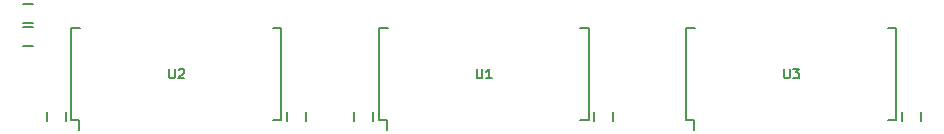
<source format=gto>
G04 #@! TF.GenerationSoftware,KiCad,Pcbnew,(5.1.10-1-10_14)*
G04 #@! TF.CreationDate,2021-07-01T06:10:45-04:00*
G04 #@! TF.ProjectId,GW4191-SOJ,47573431-3931-42d5-934f-4a2e6b696361,1.0-SOJ*
G04 #@! TF.SameCoordinates,Original*
G04 #@! TF.FileFunction,Legend,Top*
G04 #@! TF.FilePolarity,Positive*
%FSLAX46Y46*%
G04 Gerber Fmt 4.6, Leading zero omitted, Abs format (unit mm)*
G04 Created by KiCad (PCBNEW (5.1.10-1-10_14)) date 2021-07-01 06:10:45*
%MOMM*%
%LPD*%
G01*
G04 APERTURE LIST*
%ADD10C,0.152400*%
%ADD11C,0.200000*%
%ADD12C,0.203200*%
%ADD13C,0.952400*%
G04 APERTURE END LIST*
D10*
X85890000Y-92850600D02*
X85890000Y-93663400D01*
X84290000Y-92850600D02*
X84290000Y-93663400D01*
X106210000Y-92850600D02*
X106210000Y-93663400D01*
X104610000Y-92850600D02*
X104610000Y-93663400D01*
X111925000Y-92850600D02*
X111925000Y-93663400D01*
X110325000Y-92850600D02*
X110325000Y-93663400D01*
X156680000Y-93663400D02*
X156680000Y-92850600D01*
X158280000Y-93663400D02*
X158280000Y-92850600D01*
X132245000Y-92850600D02*
X132245000Y-93663400D01*
X130645000Y-92850600D02*
X130645000Y-93663400D01*
X83106400Y-87300000D02*
X82293600Y-87300000D01*
X83106400Y-85700000D02*
X82293600Y-85700000D01*
X82293600Y-83700000D02*
X83106400Y-83700000D01*
X82293600Y-85300000D02*
X83106400Y-85300000D01*
D11*
X113045000Y-93537000D02*
X113045000Y-94362000D01*
X130175000Y-93537000D02*
X130175000Y-85787000D01*
X112395000Y-93537000D02*
X112395000Y-85787000D01*
X130175000Y-93537000D02*
X129430000Y-93537000D01*
X130175000Y-85787000D02*
X129430000Y-85787000D01*
X112395000Y-85787000D02*
X113140000Y-85787000D01*
X112395000Y-93537000D02*
X113045000Y-93537000D01*
X86360000Y-93537000D02*
X87010000Y-93537000D01*
X86360000Y-85787000D02*
X87105000Y-85787000D01*
X104140000Y-85787000D02*
X103395000Y-85787000D01*
X104140000Y-93537000D02*
X103395000Y-93537000D01*
X86360000Y-93537000D02*
X86360000Y-85787000D01*
X104140000Y-93537000D02*
X104140000Y-85787000D01*
X87010000Y-93537000D02*
X87010000Y-94362000D01*
X138430000Y-93537000D02*
X139080000Y-93537000D01*
X138430000Y-85787000D02*
X139175000Y-85787000D01*
X156210000Y-85787000D02*
X155465000Y-85787000D01*
X156210000Y-93537000D02*
X155465000Y-93537000D01*
X138430000Y-93537000D02*
X138430000Y-85787000D01*
X156210000Y-93537000D02*
X156210000Y-85787000D01*
X139080000Y-93537000D02*
X139080000Y-94362000D01*
D12*
X120665723Y-89216895D02*
X120665723Y-89874876D01*
X120704428Y-89952285D01*
X120743133Y-89990990D01*
X120820542Y-90029695D01*
X120975361Y-90029695D01*
X121052771Y-89990990D01*
X121091476Y-89952285D01*
X121130180Y-89874876D01*
X121130180Y-89216895D01*
X121942980Y-90029695D02*
X121478523Y-90029695D01*
X121710752Y-90029695D02*
X121710752Y-89216895D01*
X121633342Y-89333009D01*
X121555933Y-89410419D01*
X121478523Y-89449123D01*
X94630723Y-89216895D02*
X94630723Y-89874876D01*
X94669428Y-89952285D01*
X94708133Y-89990990D01*
X94785542Y-90029695D01*
X94940361Y-90029695D01*
X95017771Y-89990990D01*
X95056476Y-89952285D01*
X95095180Y-89874876D01*
X95095180Y-89216895D01*
X95443523Y-89294304D02*
X95482228Y-89255600D01*
X95559638Y-89216895D01*
X95753161Y-89216895D01*
X95830571Y-89255600D01*
X95869276Y-89294304D01*
X95907980Y-89371714D01*
X95907980Y-89449123D01*
X95869276Y-89565238D01*
X95404819Y-90029695D01*
X95907980Y-90029695D01*
X146700723Y-89216895D02*
X146700723Y-89874876D01*
X146739428Y-89952285D01*
X146778133Y-89990990D01*
X146855542Y-90029695D01*
X147010361Y-90029695D01*
X147087771Y-89990990D01*
X147126476Y-89952285D01*
X147165180Y-89874876D01*
X147165180Y-89216895D01*
X147474819Y-89216895D02*
X147977980Y-89216895D01*
X147707047Y-89526533D01*
X147823161Y-89526533D01*
X147900571Y-89565238D01*
X147939276Y-89603942D01*
X147977980Y-89681352D01*
X147977980Y-89874876D01*
X147939276Y-89952285D01*
X147900571Y-89990990D01*
X147823161Y-90029695D01*
X147590933Y-90029695D01*
X147513523Y-89990990D01*
X147474819Y-89952285D01*
%LPC*%
G36*
G01*
X82854800Y-100939600D02*
X82854800Y-99212400D01*
G75*
G02*
X83337400Y-98729800I482600J0D01*
G01*
X84302600Y-98729800D01*
G75*
G02*
X84785200Y-99212400I0J-482600D01*
G01*
X84785200Y-100939600D01*
G75*
G02*
X84302600Y-101422200I-482600J0D01*
G01*
X83337400Y-101422200D01*
G75*
G02*
X82854800Y-100939600I0J482600D01*
G01*
G37*
G36*
G01*
X85394800Y-100939600D02*
X85394800Y-99212400D01*
G75*
G02*
X85877400Y-98729800I482600J0D01*
G01*
X86842600Y-98729800D01*
G75*
G02*
X87325200Y-99212400I0J-482600D01*
G01*
X87325200Y-100939600D01*
G75*
G02*
X86842600Y-101422200I-482600J0D01*
G01*
X85877400Y-101422200D01*
G75*
G02*
X85394800Y-100939600I0J482600D01*
G01*
G37*
D13*
X88900000Y-98806000D03*
G36*
G01*
X108254800Y-100939600D02*
X108254800Y-99212400D01*
G75*
G02*
X108737400Y-98729800I482600J0D01*
G01*
X109702600Y-98729800D01*
G75*
G02*
X110185200Y-99212400I0J-482600D01*
G01*
X110185200Y-100939600D01*
G75*
G02*
X109702600Y-101422200I-482600J0D01*
G01*
X108737400Y-101422200D01*
G75*
G02*
X108254800Y-100939600I0J482600D01*
G01*
G37*
G36*
G01*
X93014800Y-100939600D02*
X93014800Y-99212400D01*
G75*
G02*
X93497400Y-98729800I482600J0D01*
G01*
X94462600Y-98729800D01*
G75*
G02*
X94945200Y-99212400I0J-482600D01*
G01*
X94945200Y-100939600D01*
G75*
G02*
X94462600Y-101422200I-482600J0D01*
G01*
X93497400Y-101422200D01*
G75*
G02*
X93014800Y-100939600I0J482600D01*
G01*
G37*
G36*
G01*
X110794800Y-100939600D02*
X110794800Y-99212400D01*
G75*
G02*
X111277400Y-98729800I482600J0D01*
G01*
X112242600Y-98729800D01*
G75*
G02*
X112725200Y-99212400I0J-482600D01*
G01*
X112725200Y-100939600D01*
G75*
G02*
X112242600Y-101422200I-482600J0D01*
G01*
X111277400Y-101422200D01*
G75*
G02*
X110794800Y-100939600I0J482600D01*
G01*
G37*
G36*
G01*
X146354800Y-100939600D02*
X146354800Y-99212400D01*
G75*
G02*
X146837400Y-98729800I482600J0D01*
G01*
X147802600Y-98729800D01*
G75*
G02*
X148285200Y-99212400I0J-482600D01*
G01*
X148285200Y-100939600D01*
G75*
G02*
X147802600Y-101422200I-482600J0D01*
G01*
X146837400Y-101422200D01*
G75*
G02*
X146354800Y-100939600I0J482600D01*
G01*
G37*
G36*
G01*
X113334800Y-100939600D02*
X113334800Y-99212400D01*
G75*
G02*
X113817400Y-98729800I482600J0D01*
G01*
X114782600Y-98729800D01*
G75*
G02*
X115265200Y-99212400I0J-482600D01*
G01*
X115265200Y-100939600D01*
G75*
G02*
X114782600Y-101422200I-482600J0D01*
G01*
X113817400Y-101422200D01*
G75*
G02*
X113334800Y-100939600I0J482600D01*
G01*
G37*
G36*
G01*
X115874800Y-100939600D02*
X115874800Y-99212400D01*
G75*
G02*
X116357400Y-98729800I482600J0D01*
G01*
X117322600Y-98729800D01*
G75*
G02*
X117805200Y-99212400I0J-482600D01*
G01*
X117805200Y-100939600D01*
G75*
G02*
X117322600Y-101422200I-482600J0D01*
G01*
X116357400Y-101422200D01*
G75*
G02*
X115874800Y-100939600I0J482600D01*
G01*
G37*
G36*
G01*
X90474800Y-100939600D02*
X90474800Y-99212400D01*
G75*
G02*
X90957400Y-98729800I482600J0D01*
G01*
X91922600Y-98729800D01*
G75*
G02*
X92405200Y-99212400I0J-482600D01*
G01*
X92405200Y-100939600D01*
G75*
G02*
X91922600Y-101422200I-482600J0D01*
G01*
X90957400Y-101422200D01*
G75*
G02*
X90474800Y-100939600I0J482600D01*
G01*
G37*
G36*
G01*
X153974800Y-100939600D02*
X153974800Y-99212400D01*
G75*
G02*
X154457400Y-98729800I482600J0D01*
G01*
X155422600Y-98729800D01*
G75*
G02*
X155905200Y-99212400I0J-482600D01*
G01*
X155905200Y-100939600D01*
G75*
G02*
X155422600Y-101422200I-482600J0D01*
G01*
X154457400Y-101422200D01*
G75*
G02*
X153974800Y-100939600I0J482600D01*
G01*
G37*
G36*
G01*
X87934800Y-100939600D02*
X87934800Y-99212400D01*
G75*
G02*
X88417400Y-98729800I482600J0D01*
G01*
X89382600Y-98729800D01*
G75*
G02*
X89865200Y-99212400I0J-482600D01*
G01*
X89865200Y-100939600D01*
G75*
G02*
X89382600Y-101422200I-482600J0D01*
G01*
X88417400Y-101422200D01*
G75*
G02*
X87934800Y-100939600I0J482600D01*
G01*
G37*
G36*
G01*
X141274800Y-100939600D02*
X141274800Y-99212400D01*
G75*
G02*
X141757400Y-98729800I482600J0D01*
G01*
X142722600Y-98729800D01*
G75*
G02*
X143205200Y-99212400I0J-482600D01*
G01*
X143205200Y-100939600D01*
G75*
G02*
X142722600Y-101422200I-482600J0D01*
G01*
X141757400Y-101422200D01*
G75*
G02*
X141274800Y-100939600I0J482600D01*
G01*
G37*
G36*
G01*
X120954800Y-100939600D02*
X120954800Y-99212400D01*
G75*
G02*
X121437400Y-98729800I482600J0D01*
G01*
X122402600Y-98729800D01*
G75*
G02*
X122885200Y-99212400I0J-482600D01*
G01*
X122885200Y-100939600D01*
G75*
G02*
X122402600Y-101422200I-482600J0D01*
G01*
X121437400Y-101422200D01*
G75*
G02*
X120954800Y-100939600I0J482600D01*
G01*
G37*
G36*
G01*
X131114800Y-100939600D02*
X131114800Y-99212400D01*
G75*
G02*
X131597400Y-98729800I482600J0D01*
G01*
X132562600Y-98729800D01*
G75*
G02*
X133045200Y-99212400I0J-482600D01*
G01*
X133045200Y-100939600D01*
G75*
G02*
X132562600Y-101422200I-482600J0D01*
G01*
X131597400Y-101422200D01*
G75*
G02*
X131114800Y-100939600I0J482600D01*
G01*
G37*
G36*
G01*
X138734800Y-100939600D02*
X138734800Y-99212400D01*
G75*
G02*
X139217400Y-98729800I482600J0D01*
G01*
X140182600Y-98729800D01*
G75*
G02*
X140665200Y-99212400I0J-482600D01*
G01*
X140665200Y-100939600D01*
G75*
G02*
X140182600Y-101422200I-482600J0D01*
G01*
X139217400Y-101422200D01*
G75*
G02*
X138734800Y-100939600I0J482600D01*
G01*
G37*
G36*
G01*
X103174800Y-100939600D02*
X103174800Y-99212400D01*
G75*
G02*
X103657400Y-98729800I482600J0D01*
G01*
X104622600Y-98729800D01*
G75*
G02*
X105105200Y-99212400I0J-482600D01*
G01*
X105105200Y-100939600D01*
G75*
G02*
X104622600Y-101422200I-482600J0D01*
G01*
X103657400Y-101422200D01*
G75*
G02*
X103174800Y-100939600I0J482600D01*
G01*
G37*
G36*
G01*
X126034800Y-100939600D02*
X126034800Y-99212400D01*
G75*
G02*
X126517400Y-98729800I482600J0D01*
G01*
X127482600Y-98729800D01*
G75*
G02*
X127965200Y-99212400I0J-482600D01*
G01*
X127965200Y-100939600D01*
G75*
G02*
X127482600Y-101422200I-482600J0D01*
G01*
X126517400Y-101422200D01*
G75*
G02*
X126034800Y-100939600I0J482600D01*
G01*
G37*
G36*
G01*
X133654800Y-100939600D02*
X133654800Y-99212400D01*
G75*
G02*
X134137400Y-98729800I482600J0D01*
G01*
X135102600Y-98729800D01*
G75*
G02*
X135585200Y-99212400I0J-482600D01*
G01*
X135585200Y-100939600D01*
G75*
G02*
X135102600Y-101422200I-482600J0D01*
G01*
X134137400Y-101422200D01*
G75*
G02*
X133654800Y-100939600I0J482600D01*
G01*
G37*
G36*
G01*
X128574800Y-100939600D02*
X128574800Y-99212400D01*
G75*
G02*
X129057400Y-98729800I482600J0D01*
G01*
X130022600Y-98729800D01*
G75*
G02*
X130505200Y-99212400I0J-482600D01*
G01*
X130505200Y-100939600D01*
G75*
G02*
X130022600Y-101422200I-482600J0D01*
G01*
X129057400Y-101422200D01*
G75*
G02*
X128574800Y-100939600I0J482600D01*
G01*
G37*
G36*
G01*
X105714800Y-100939600D02*
X105714800Y-99212400D01*
G75*
G02*
X106197400Y-98729800I482600J0D01*
G01*
X107162600Y-98729800D01*
G75*
G02*
X107645200Y-99212400I0J-482600D01*
G01*
X107645200Y-100939600D01*
G75*
G02*
X107162600Y-101422200I-482600J0D01*
G01*
X106197400Y-101422200D01*
G75*
G02*
X105714800Y-100939600I0J482600D01*
G01*
G37*
G36*
G01*
X136194800Y-100939600D02*
X136194800Y-99212400D01*
G75*
G02*
X136677400Y-98729800I482600J0D01*
G01*
X137642600Y-98729800D01*
G75*
G02*
X138125200Y-99212400I0J-482600D01*
G01*
X138125200Y-100939600D01*
G75*
G02*
X137642600Y-101422200I-482600J0D01*
G01*
X136677400Y-101422200D01*
G75*
G02*
X136194800Y-100939600I0J482600D01*
G01*
G37*
G36*
G01*
X95554800Y-100939600D02*
X95554800Y-99212400D01*
G75*
G02*
X96037400Y-98729800I482600J0D01*
G01*
X97002600Y-98729800D01*
G75*
G02*
X97485200Y-99212400I0J-482600D01*
G01*
X97485200Y-100939600D01*
G75*
G02*
X97002600Y-101422200I-482600J0D01*
G01*
X96037400Y-101422200D01*
G75*
G02*
X95554800Y-100939600I0J482600D01*
G01*
G37*
G36*
G01*
X123494800Y-100939600D02*
X123494800Y-99212400D01*
G75*
G02*
X123977400Y-98729800I482600J0D01*
G01*
X124942600Y-98729800D01*
G75*
G02*
X125425200Y-99212400I0J-482600D01*
G01*
X125425200Y-100939600D01*
G75*
G02*
X124942600Y-101422200I-482600J0D01*
G01*
X123977400Y-101422200D01*
G75*
G02*
X123494800Y-100939600I0J482600D01*
G01*
G37*
G36*
G01*
X98094800Y-100939600D02*
X98094800Y-99212400D01*
G75*
G02*
X98577400Y-98729800I482600J0D01*
G01*
X99542600Y-98729800D01*
G75*
G02*
X100025200Y-99212400I0J-482600D01*
G01*
X100025200Y-100939600D01*
G75*
G02*
X99542600Y-101422200I-482600J0D01*
G01*
X98577400Y-101422200D01*
G75*
G02*
X98094800Y-100939600I0J482600D01*
G01*
G37*
G36*
G01*
X100634800Y-100939600D02*
X100634800Y-99212400D01*
G75*
G02*
X101117400Y-98729800I482600J0D01*
G01*
X102082600Y-98729800D01*
G75*
G02*
X102565200Y-99212400I0J-482600D01*
G01*
X102565200Y-100939600D01*
G75*
G02*
X102082600Y-101422200I-482600J0D01*
G01*
X101117400Y-101422200D01*
G75*
G02*
X100634800Y-100939600I0J482600D01*
G01*
G37*
G36*
G01*
X148894800Y-100939600D02*
X148894800Y-99212400D01*
G75*
G02*
X149377400Y-98729800I482600J0D01*
G01*
X150342600Y-98729800D01*
G75*
G02*
X150825200Y-99212400I0J-482600D01*
G01*
X150825200Y-100939600D01*
G75*
G02*
X150342600Y-101422200I-482600J0D01*
G01*
X149377400Y-101422200D01*
G75*
G02*
X148894800Y-100939600I0J482600D01*
G01*
G37*
G36*
G01*
X151434800Y-100939600D02*
X151434800Y-99212400D01*
G75*
G02*
X151917400Y-98729800I482600J0D01*
G01*
X152882600Y-98729800D01*
G75*
G02*
X153365200Y-99212400I0J-482600D01*
G01*
X153365200Y-100939600D01*
G75*
G02*
X152882600Y-101422200I-482600J0D01*
G01*
X151917400Y-101422200D01*
G75*
G02*
X151434800Y-100939600I0J482600D01*
G01*
G37*
G36*
G01*
X156514800Y-100939600D02*
X156514800Y-99212400D01*
G75*
G02*
X156997400Y-98729800I482600J0D01*
G01*
X157962600Y-98729800D01*
G75*
G02*
X158445200Y-99212400I0J-482600D01*
G01*
X158445200Y-100939600D01*
G75*
G02*
X157962600Y-101422200I-482600J0D01*
G01*
X156997400Y-101422200D01*
G75*
G02*
X156514800Y-100939600I0J482600D01*
G01*
G37*
G36*
G01*
X118414800Y-100939600D02*
X118414800Y-99212400D01*
G75*
G02*
X118897400Y-98729800I482600J0D01*
G01*
X119862600Y-98729800D01*
G75*
G02*
X120345200Y-99212400I0J-482600D01*
G01*
X120345200Y-100939600D01*
G75*
G02*
X119862600Y-101422200I-482600J0D01*
G01*
X118897400Y-101422200D01*
G75*
G02*
X118414800Y-100939600I0J482600D01*
G01*
G37*
G36*
G01*
X143814800Y-100939600D02*
X143814800Y-99212400D01*
G75*
G02*
X144297400Y-98729800I482600J0D01*
G01*
X145262600Y-98729800D01*
G75*
G02*
X145745200Y-99212400I0J-482600D01*
G01*
X145745200Y-100939600D01*
G75*
G02*
X145262600Y-101422200I-482600J0D01*
G01*
X144297400Y-101422200D01*
G75*
G02*
X143814800Y-100939600I0J482600D01*
G01*
G37*
X86360000Y-98806000D03*
X83820000Y-98806000D03*
X93980000Y-98806000D03*
X91440000Y-98806000D03*
X96520000Y-98806000D03*
X99060000Y-98806000D03*
X104140000Y-98806000D03*
X101600000Y-98806000D03*
X109220000Y-98806000D03*
X106680000Y-98806000D03*
X111760000Y-98806000D03*
X116840000Y-98806000D03*
X114300000Y-98806000D03*
X119380000Y-98806000D03*
X124460000Y-98806000D03*
X121920000Y-98806000D03*
X127000000Y-98806000D03*
X149860000Y-98806000D03*
X147320000Y-98806000D03*
X152400000Y-98806000D03*
X134620000Y-98806000D03*
X132080000Y-98806000D03*
X137160000Y-98806000D03*
X142240000Y-98806000D03*
X139700000Y-98806000D03*
X144780000Y-98806000D03*
X129540000Y-98806000D03*
X154940000Y-98806000D03*
X157480000Y-98806000D03*
G36*
G01*
X84627500Y-93532000D02*
X85552500Y-93532000D01*
G75*
G02*
X85840000Y-93819500I0J-287500D01*
G01*
X85840000Y-94394500D01*
G75*
G02*
X85552500Y-94682000I-287500J0D01*
G01*
X84627500Y-94682000D01*
G75*
G02*
X84340000Y-94394500I0J287500D01*
G01*
X84340000Y-93819500D01*
G75*
G02*
X84627500Y-93532000I287500J0D01*
G01*
G37*
G36*
G01*
X84627500Y-91832000D02*
X85552500Y-91832000D01*
G75*
G02*
X85840000Y-92119500I0J-287500D01*
G01*
X85840000Y-92694500D01*
G75*
G02*
X85552500Y-92982000I-287500J0D01*
G01*
X84627500Y-92982000D01*
G75*
G02*
X84340000Y-92694500I0J287500D01*
G01*
X84340000Y-92119500D01*
G75*
G02*
X84627500Y-91832000I287500J0D01*
G01*
G37*
G36*
G01*
X104947500Y-93532000D02*
X105872500Y-93532000D01*
G75*
G02*
X106160000Y-93819500I0J-287500D01*
G01*
X106160000Y-94394500D01*
G75*
G02*
X105872500Y-94682000I-287500J0D01*
G01*
X104947500Y-94682000D01*
G75*
G02*
X104660000Y-94394500I0J287500D01*
G01*
X104660000Y-93819500D01*
G75*
G02*
X104947500Y-93532000I287500J0D01*
G01*
G37*
G36*
G01*
X104947500Y-91832000D02*
X105872500Y-91832000D01*
G75*
G02*
X106160000Y-92119500I0J-287500D01*
G01*
X106160000Y-92694500D01*
G75*
G02*
X105872500Y-92982000I-287500J0D01*
G01*
X104947500Y-92982000D01*
G75*
G02*
X104660000Y-92694500I0J287500D01*
G01*
X104660000Y-92119500D01*
G75*
G02*
X104947500Y-91832000I287500J0D01*
G01*
G37*
G36*
G01*
X110662500Y-93532000D02*
X111587500Y-93532000D01*
G75*
G02*
X111875000Y-93819500I0J-287500D01*
G01*
X111875000Y-94394500D01*
G75*
G02*
X111587500Y-94682000I-287500J0D01*
G01*
X110662500Y-94682000D01*
G75*
G02*
X110375000Y-94394500I0J287500D01*
G01*
X110375000Y-93819500D01*
G75*
G02*
X110662500Y-93532000I287500J0D01*
G01*
G37*
G36*
G01*
X110662500Y-91832000D02*
X111587500Y-91832000D01*
G75*
G02*
X111875000Y-92119500I0J-287500D01*
G01*
X111875000Y-92694500D01*
G75*
G02*
X111587500Y-92982000I-287500J0D01*
G01*
X110662500Y-92982000D01*
G75*
G02*
X110375000Y-92694500I0J287500D01*
G01*
X110375000Y-92119500D01*
G75*
G02*
X110662500Y-91832000I287500J0D01*
G01*
G37*
G36*
G01*
X157942500Y-92982000D02*
X157017500Y-92982000D01*
G75*
G02*
X156730000Y-92694500I0J287500D01*
G01*
X156730000Y-92119500D01*
G75*
G02*
X157017500Y-91832000I287500J0D01*
G01*
X157942500Y-91832000D01*
G75*
G02*
X158230000Y-92119500I0J-287500D01*
G01*
X158230000Y-92694500D01*
G75*
G02*
X157942500Y-92982000I-287500J0D01*
G01*
G37*
G36*
G01*
X157942500Y-94682000D02*
X157017500Y-94682000D01*
G75*
G02*
X156730000Y-94394500I0J287500D01*
G01*
X156730000Y-93819500D01*
G75*
G02*
X157017500Y-93532000I287500J0D01*
G01*
X157942500Y-93532000D01*
G75*
G02*
X158230000Y-93819500I0J-287500D01*
G01*
X158230000Y-94394500D01*
G75*
G02*
X157942500Y-94682000I-287500J0D01*
G01*
G37*
G36*
G01*
X130982500Y-93532000D02*
X131907500Y-93532000D01*
G75*
G02*
X132195000Y-93819500I0J-287500D01*
G01*
X132195000Y-94394500D01*
G75*
G02*
X131907500Y-94682000I-287500J0D01*
G01*
X130982500Y-94682000D01*
G75*
G02*
X130695000Y-94394500I0J287500D01*
G01*
X130695000Y-93819500D01*
G75*
G02*
X130982500Y-93532000I287500J0D01*
G01*
G37*
G36*
G01*
X130982500Y-91832000D02*
X131907500Y-91832000D01*
G75*
G02*
X132195000Y-92119500I0J-287500D01*
G01*
X132195000Y-92694500D01*
G75*
G02*
X131907500Y-92982000I-287500J0D01*
G01*
X130982500Y-92982000D01*
G75*
G02*
X130695000Y-92694500I0J287500D01*
G01*
X130695000Y-92119500D01*
G75*
G02*
X130982500Y-91832000I287500J0D01*
G01*
G37*
G36*
G01*
X82225000Y-85987500D02*
X82225000Y-87012500D01*
G75*
G02*
X81987500Y-87250000I-237500J0D01*
G01*
X81512500Y-87250000D01*
G75*
G02*
X81275000Y-87012500I0J237500D01*
G01*
X81275000Y-85987500D01*
G75*
G02*
X81512500Y-85750000I237500J0D01*
G01*
X81987500Y-85750000D01*
G75*
G02*
X82225000Y-85987500I0J-237500D01*
G01*
G37*
G36*
G01*
X84125000Y-85987500D02*
X84125000Y-87012500D01*
G75*
G02*
X83887500Y-87250000I-237500J0D01*
G01*
X83412500Y-87250000D01*
G75*
G02*
X83175000Y-87012500I0J237500D01*
G01*
X83175000Y-85987500D01*
G75*
G02*
X83412500Y-85750000I237500J0D01*
G01*
X83887500Y-85750000D01*
G75*
G02*
X84125000Y-85987500I0J-237500D01*
G01*
G37*
G36*
G01*
X83175000Y-85012500D02*
X83175000Y-83987500D01*
G75*
G02*
X83412500Y-83750000I237500J0D01*
G01*
X83887500Y-83750000D01*
G75*
G02*
X84125000Y-83987500I0J-237500D01*
G01*
X84125000Y-85012500D01*
G75*
G02*
X83887500Y-85250000I-237500J0D01*
G01*
X83412500Y-85250000D01*
G75*
G02*
X83175000Y-85012500I0J237500D01*
G01*
G37*
G36*
G01*
X81275000Y-85012500D02*
X81275000Y-83987500D01*
G75*
G02*
X81512500Y-83750000I237500J0D01*
G01*
X81987500Y-83750000D01*
G75*
G02*
X82225000Y-83987500I0J-237500D01*
G01*
X82225000Y-85012500D01*
G75*
G02*
X81987500Y-85250000I-237500J0D01*
G01*
X81512500Y-85250000D01*
G75*
G02*
X81275000Y-85012500I0J237500D01*
G01*
G37*
G36*
G01*
X122730000Y-94411000D02*
X122380000Y-94411000D01*
G75*
G02*
X122205000Y-94236000I0J175000D01*
G01*
X122205000Y-91438000D01*
G75*
G02*
X122380000Y-91263000I175000J0D01*
G01*
X122730000Y-91263000D01*
G75*
G02*
X122905000Y-91438000I0J-175000D01*
G01*
X122905000Y-94236000D01*
G75*
G02*
X122730000Y-94411000I-175000J0D01*
G01*
G37*
G36*
G01*
X122730000Y-88061000D02*
X122380000Y-88061000D01*
G75*
G02*
X122205000Y-87886000I0J175000D01*
G01*
X122205000Y-85088000D01*
G75*
G02*
X122380000Y-84913000I175000J0D01*
G01*
X122730000Y-84913000D01*
G75*
G02*
X122905000Y-85088000I0J-175000D01*
G01*
X122905000Y-87886000D01*
G75*
G02*
X122730000Y-88061000I-175000J0D01*
G01*
G37*
G36*
G01*
X120190000Y-94411000D02*
X119840000Y-94411000D01*
G75*
G02*
X119665000Y-94236000I0J175000D01*
G01*
X119665000Y-91438000D01*
G75*
G02*
X119840000Y-91263000I175000J0D01*
G01*
X120190000Y-91263000D01*
G75*
G02*
X120365000Y-91438000I0J-175000D01*
G01*
X120365000Y-94236000D01*
G75*
G02*
X120190000Y-94411000I-175000J0D01*
G01*
G37*
G36*
G01*
X120190000Y-88061000D02*
X119840000Y-88061000D01*
G75*
G02*
X119665000Y-87886000I0J175000D01*
G01*
X119665000Y-85088000D01*
G75*
G02*
X119840000Y-84913000I175000J0D01*
G01*
X120190000Y-84913000D01*
G75*
G02*
X120365000Y-85088000I0J-175000D01*
G01*
X120365000Y-87886000D01*
G75*
G02*
X120190000Y-88061000I-175000J0D01*
G01*
G37*
G36*
G01*
X113840000Y-94411000D02*
X113490000Y-94411000D01*
G75*
G02*
X113315000Y-94236000I0J175000D01*
G01*
X113315000Y-91438000D01*
G75*
G02*
X113490000Y-91263000I175000J0D01*
G01*
X113840000Y-91263000D01*
G75*
G02*
X114015000Y-91438000I0J-175000D01*
G01*
X114015000Y-94236000D01*
G75*
G02*
X113840000Y-94411000I-175000J0D01*
G01*
G37*
G36*
G01*
X115110000Y-94411000D02*
X114760000Y-94411000D01*
G75*
G02*
X114585000Y-94236000I0J175000D01*
G01*
X114585000Y-91438000D01*
G75*
G02*
X114760000Y-91263000I175000J0D01*
G01*
X115110000Y-91263000D01*
G75*
G02*
X115285000Y-91438000I0J-175000D01*
G01*
X115285000Y-94236000D01*
G75*
G02*
X115110000Y-94411000I-175000J0D01*
G01*
G37*
G36*
G01*
X116380000Y-94411000D02*
X116030000Y-94411000D01*
G75*
G02*
X115855000Y-94236000I0J175000D01*
G01*
X115855000Y-91438000D01*
G75*
G02*
X116030000Y-91263000I175000J0D01*
G01*
X116380000Y-91263000D01*
G75*
G02*
X116555000Y-91438000I0J-175000D01*
G01*
X116555000Y-94236000D01*
G75*
G02*
X116380000Y-94411000I-175000J0D01*
G01*
G37*
G36*
G01*
X117650000Y-94411000D02*
X117300000Y-94411000D01*
G75*
G02*
X117125000Y-94236000I0J175000D01*
G01*
X117125000Y-91438000D01*
G75*
G02*
X117300000Y-91263000I175000J0D01*
G01*
X117650000Y-91263000D01*
G75*
G02*
X117825000Y-91438000I0J-175000D01*
G01*
X117825000Y-94236000D01*
G75*
G02*
X117650000Y-94411000I-175000J0D01*
G01*
G37*
G36*
G01*
X118920000Y-94411000D02*
X118570000Y-94411000D01*
G75*
G02*
X118395000Y-94236000I0J175000D01*
G01*
X118395000Y-91438000D01*
G75*
G02*
X118570000Y-91263000I175000J0D01*
G01*
X118920000Y-91263000D01*
G75*
G02*
X119095000Y-91438000I0J-175000D01*
G01*
X119095000Y-94236000D01*
G75*
G02*
X118920000Y-94411000I-175000J0D01*
G01*
G37*
G36*
G01*
X124000000Y-94411000D02*
X123650000Y-94411000D01*
G75*
G02*
X123475000Y-94236000I0J175000D01*
G01*
X123475000Y-91438000D01*
G75*
G02*
X123650000Y-91263000I175000J0D01*
G01*
X124000000Y-91263000D01*
G75*
G02*
X124175000Y-91438000I0J-175000D01*
G01*
X124175000Y-94236000D01*
G75*
G02*
X124000000Y-94411000I-175000J0D01*
G01*
G37*
G36*
G01*
X125270000Y-94411000D02*
X124920000Y-94411000D01*
G75*
G02*
X124745000Y-94236000I0J175000D01*
G01*
X124745000Y-91438000D01*
G75*
G02*
X124920000Y-91263000I175000J0D01*
G01*
X125270000Y-91263000D01*
G75*
G02*
X125445000Y-91438000I0J-175000D01*
G01*
X125445000Y-94236000D01*
G75*
G02*
X125270000Y-94411000I-175000J0D01*
G01*
G37*
G36*
G01*
X126540000Y-94411000D02*
X126190000Y-94411000D01*
G75*
G02*
X126015000Y-94236000I0J175000D01*
G01*
X126015000Y-91438000D01*
G75*
G02*
X126190000Y-91263000I175000J0D01*
G01*
X126540000Y-91263000D01*
G75*
G02*
X126715000Y-91438000I0J-175000D01*
G01*
X126715000Y-94236000D01*
G75*
G02*
X126540000Y-94411000I-175000J0D01*
G01*
G37*
G36*
G01*
X127810000Y-94411000D02*
X127460000Y-94411000D01*
G75*
G02*
X127285000Y-94236000I0J175000D01*
G01*
X127285000Y-91438000D01*
G75*
G02*
X127460000Y-91263000I175000J0D01*
G01*
X127810000Y-91263000D01*
G75*
G02*
X127985000Y-91438000I0J-175000D01*
G01*
X127985000Y-94236000D01*
G75*
G02*
X127810000Y-94411000I-175000J0D01*
G01*
G37*
G36*
G01*
X129080000Y-94411000D02*
X128730000Y-94411000D01*
G75*
G02*
X128555000Y-94236000I0J175000D01*
G01*
X128555000Y-91438000D01*
G75*
G02*
X128730000Y-91263000I175000J0D01*
G01*
X129080000Y-91263000D01*
G75*
G02*
X129255000Y-91438000I0J-175000D01*
G01*
X129255000Y-94236000D01*
G75*
G02*
X129080000Y-94411000I-175000J0D01*
G01*
G37*
G36*
G01*
X127810000Y-88061000D02*
X127460000Y-88061000D01*
G75*
G02*
X127285000Y-87886000I0J175000D01*
G01*
X127285000Y-85088000D01*
G75*
G02*
X127460000Y-84913000I175000J0D01*
G01*
X127810000Y-84913000D01*
G75*
G02*
X127985000Y-85088000I0J-175000D01*
G01*
X127985000Y-87886000D01*
G75*
G02*
X127810000Y-88061000I-175000J0D01*
G01*
G37*
G36*
G01*
X126540000Y-88061000D02*
X126190000Y-88061000D01*
G75*
G02*
X126015000Y-87886000I0J175000D01*
G01*
X126015000Y-85088000D01*
G75*
G02*
X126190000Y-84913000I175000J0D01*
G01*
X126540000Y-84913000D01*
G75*
G02*
X126715000Y-85088000I0J-175000D01*
G01*
X126715000Y-87886000D01*
G75*
G02*
X126540000Y-88061000I-175000J0D01*
G01*
G37*
G36*
G01*
X125270000Y-88061000D02*
X124920000Y-88061000D01*
G75*
G02*
X124745000Y-87886000I0J175000D01*
G01*
X124745000Y-85088000D01*
G75*
G02*
X124920000Y-84913000I175000J0D01*
G01*
X125270000Y-84913000D01*
G75*
G02*
X125445000Y-85088000I0J-175000D01*
G01*
X125445000Y-87886000D01*
G75*
G02*
X125270000Y-88061000I-175000J0D01*
G01*
G37*
G36*
G01*
X124000000Y-88061000D02*
X123650000Y-88061000D01*
G75*
G02*
X123475000Y-87886000I0J175000D01*
G01*
X123475000Y-85088000D01*
G75*
G02*
X123650000Y-84913000I175000J0D01*
G01*
X124000000Y-84913000D01*
G75*
G02*
X124175000Y-85088000I0J-175000D01*
G01*
X124175000Y-87886000D01*
G75*
G02*
X124000000Y-88061000I-175000J0D01*
G01*
G37*
G36*
G01*
X118920000Y-88061000D02*
X118570000Y-88061000D01*
G75*
G02*
X118395000Y-87886000I0J175000D01*
G01*
X118395000Y-85088000D01*
G75*
G02*
X118570000Y-84913000I175000J0D01*
G01*
X118920000Y-84913000D01*
G75*
G02*
X119095000Y-85088000I0J-175000D01*
G01*
X119095000Y-87886000D01*
G75*
G02*
X118920000Y-88061000I-175000J0D01*
G01*
G37*
G36*
G01*
X117650000Y-88061000D02*
X117300000Y-88061000D01*
G75*
G02*
X117125000Y-87886000I0J175000D01*
G01*
X117125000Y-85088000D01*
G75*
G02*
X117300000Y-84913000I175000J0D01*
G01*
X117650000Y-84913000D01*
G75*
G02*
X117825000Y-85088000I0J-175000D01*
G01*
X117825000Y-87886000D01*
G75*
G02*
X117650000Y-88061000I-175000J0D01*
G01*
G37*
G36*
G01*
X116380000Y-88061000D02*
X116030000Y-88061000D01*
G75*
G02*
X115855000Y-87886000I0J175000D01*
G01*
X115855000Y-85088000D01*
G75*
G02*
X116030000Y-84913000I175000J0D01*
G01*
X116380000Y-84913000D01*
G75*
G02*
X116555000Y-85088000I0J-175000D01*
G01*
X116555000Y-87886000D01*
G75*
G02*
X116380000Y-88061000I-175000J0D01*
G01*
G37*
G36*
G01*
X115110000Y-88061000D02*
X114760000Y-88061000D01*
G75*
G02*
X114585000Y-87886000I0J175000D01*
G01*
X114585000Y-85088000D01*
G75*
G02*
X114760000Y-84913000I175000J0D01*
G01*
X115110000Y-84913000D01*
G75*
G02*
X115285000Y-85088000I0J-175000D01*
G01*
X115285000Y-87886000D01*
G75*
G02*
X115110000Y-88061000I-175000J0D01*
G01*
G37*
G36*
G01*
X113840000Y-88061000D02*
X113490000Y-88061000D01*
G75*
G02*
X113315000Y-87886000I0J175000D01*
G01*
X113315000Y-85088000D01*
G75*
G02*
X113490000Y-84913000I175000J0D01*
G01*
X113840000Y-84913000D01*
G75*
G02*
X114015000Y-85088000I0J-175000D01*
G01*
X114015000Y-87886000D01*
G75*
G02*
X113840000Y-88061000I-175000J0D01*
G01*
G37*
G36*
G01*
X129080000Y-88061000D02*
X128730000Y-88061000D01*
G75*
G02*
X128555000Y-87886000I0J175000D01*
G01*
X128555000Y-85088000D01*
G75*
G02*
X128730000Y-84913000I175000J0D01*
G01*
X129080000Y-84913000D01*
G75*
G02*
X129255000Y-85088000I0J-175000D01*
G01*
X129255000Y-87886000D01*
G75*
G02*
X129080000Y-88061000I-175000J0D01*
G01*
G37*
G36*
G01*
X103045000Y-88061000D02*
X102695000Y-88061000D01*
G75*
G02*
X102520000Y-87886000I0J175000D01*
G01*
X102520000Y-85088000D01*
G75*
G02*
X102695000Y-84913000I175000J0D01*
G01*
X103045000Y-84913000D01*
G75*
G02*
X103220000Y-85088000I0J-175000D01*
G01*
X103220000Y-87886000D01*
G75*
G02*
X103045000Y-88061000I-175000J0D01*
G01*
G37*
G36*
G01*
X87805000Y-88061000D02*
X87455000Y-88061000D01*
G75*
G02*
X87280000Y-87886000I0J175000D01*
G01*
X87280000Y-85088000D01*
G75*
G02*
X87455000Y-84913000I175000J0D01*
G01*
X87805000Y-84913000D01*
G75*
G02*
X87980000Y-85088000I0J-175000D01*
G01*
X87980000Y-87886000D01*
G75*
G02*
X87805000Y-88061000I-175000J0D01*
G01*
G37*
G36*
G01*
X89075000Y-88061000D02*
X88725000Y-88061000D01*
G75*
G02*
X88550000Y-87886000I0J175000D01*
G01*
X88550000Y-85088000D01*
G75*
G02*
X88725000Y-84913000I175000J0D01*
G01*
X89075000Y-84913000D01*
G75*
G02*
X89250000Y-85088000I0J-175000D01*
G01*
X89250000Y-87886000D01*
G75*
G02*
X89075000Y-88061000I-175000J0D01*
G01*
G37*
G36*
G01*
X90345000Y-88061000D02*
X89995000Y-88061000D01*
G75*
G02*
X89820000Y-87886000I0J175000D01*
G01*
X89820000Y-85088000D01*
G75*
G02*
X89995000Y-84913000I175000J0D01*
G01*
X90345000Y-84913000D01*
G75*
G02*
X90520000Y-85088000I0J-175000D01*
G01*
X90520000Y-87886000D01*
G75*
G02*
X90345000Y-88061000I-175000J0D01*
G01*
G37*
G36*
G01*
X91615000Y-88061000D02*
X91265000Y-88061000D01*
G75*
G02*
X91090000Y-87886000I0J175000D01*
G01*
X91090000Y-85088000D01*
G75*
G02*
X91265000Y-84913000I175000J0D01*
G01*
X91615000Y-84913000D01*
G75*
G02*
X91790000Y-85088000I0J-175000D01*
G01*
X91790000Y-87886000D01*
G75*
G02*
X91615000Y-88061000I-175000J0D01*
G01*
G37*
G36*
G01*
X92885000Y-88061000D02*
X92535000Y-88061000D01*
G75*
G02*
X92360000Y-87886000I0J175000D01*
G01*
X92360000Y-85088000D01*
G75*
G02*
X92535000Y-84913000I175000J0D01*
G01*
X92885000Y-84913000D01*
G75*
G02*
X93060000Y-85088000I0J-175000D01*
G01*
X93060000Y-87886000D01*
G75*
G02*
X92885000Y-88061000I-175000J0D01*
G01*
G37*
G36*
G01*
X97965000Y-88061000D02*
X97615000Y-88061000D01*
G75*
G02*
X97440000Y-87886000I0J175000D01*
G01*
X97440000Y-85088000D01*
G75*
G02*
X97615000Y-84913000I175000J0D01*
G01*
X97965000Y-84913000D01*
G75*
G02*
X98140000Y-85088000I0J-175000D01*
G01*
X98140000Y-87886000D01*
G75*
G02*
X97965000Y-88061000I-175000J0D01*
G01*
G37*
G36*
G01*
X99235000Y-88061000D02*
X98885000Y-88061000D01*
G75*
G02*
X98710000Y-87886000I0J175000D01*
G01*
X98710000Y-85088000D01*
G75*
G02*
X98885000Y-84913000I175000J0D01*
G01*
X99235000Y-84913000D01*
G75*
G02*
X99410000Y-85088000I0J-175000D01*
G01*
X99410000Y-87886000D01*
G75*
G02*
X99235000Y-88061000I-175000J0D01*
G01*
G37*
G36*
G01*
X100505000Y-88061000D02*
X100155000Y-88061000D01*
G75*
G02*
X99980000Y-87886000I0J175000D01*
G01*
X99980000Y-85088000D01*
G75*
G02*
X100155000Y-84913000I175000J0D01*
G01*
X100505000Y-84913000D01*
G75*
G02*
X100680000Y-85088000I0J-175000D01*
G01*
X100680000Y-87886000D01*
G75*
G02*
X100505000Y-88061000I-175000J0D01*
G01*
G37*
G36*
G01*
X101775000Y-88061000D02*
X101425000Y-88061000D01*
G75*
G02*
X101250000Y-87886000I0J175000D01*
G01*
X101250000Y-85088000D01*
G75*
G02*
X101425000Y-84913000I175000J0D01*
G01*
X101775000Y-84913000D01*
G75*
G02*
X101950000Y-85088000I0J-175000D01*
G01*
X101950000Y-87886000D01*
G75*
G02*
X101775000Y-88061000I-175000J0D01*
G01*
G37*
G36*
G01*
X103045000Y-94411000D02*
X102695000Y-94411000D01*
G75*
G02*
X102520000Y-94236000I0J175000D01*
G01*
X102520000Y-91438000D01*
G75*
G02*
X102695000Y-91263000I175000J0D01*
G01*
X103045000Y-91263000D01*
G75*
G02*
X103220000Y-91438000I0J-175000D01*
G01*
X103220000Y-94236000D01*
G75*
G02*
X103045000Y-94411000I-175000J0D01*
G01*
G37*
G36*
G01*
X101775000Y-94411000D02*
X101425000Y-94411000D01*
G75*
G02*
X101250000Y-94236000I0J175000D01*
G01*
X101250000Y-91438000D01*
G75*
G02*
X101425000Y-91263000I175000J0D01*
G01*
X101775000Y-91263000D01*
G75*
G02*
X101950000Y-91438000I0J-175000D01*
G01*
X101950000Y-94236000D01*
G75*
G02*
X101775000Y-94411000I-175000J0D01*
G01*
G37*
G36*
G01*
X100505000Y-94411000D02*
X100155000Y-94411000D01*
G75*
G02*
X99980000Y-94236000I0J175000D01*
G01*
X99980000Y-91438000D01*
G75*
G02*
X100155000Y-91263000I175000J0D01*
G01*
X100505000Y-91263000D01*
G75*
G02*
X100680000Y-91438000I0J-175000D01*
G01*
X100680000Y-94236000D01*
G75*
G02*
X100505000Y-94411000I-175000J0D01*
G01*
G37*
G36*
G01*
X99235000Y-94411000D02*
X98885000Y-94411000D01*
G75*
G02*
X98710000Y-94236000I0J175000D01*
G01*
X98710000Y-91438000D01*
G75*
G02*
X98885000Y-91263000I175000J0D01*
G01*
X99235000Y-91263000D01*
G75*
G02*
X99410000Y-91438000I0J-175000D01*
G01*
X99410000Y-94236000D01*
G75*
G02*
X99235000Y-94411000I-175000J0D01*
G01*
G37*
G36*
G01*
X97965000Y-94411000D02*
X97615000Y-94411000D01*
G75*
G02*
X97440000Y-94236000I0J175000D01*
G01*
X97440000Y-91438000D01*
G75*
G02*
X97615000Y-91263000I175000J0D01*
G01*
X97965000Y-91263000D01*
G75*
G02*
X98140000Y-91438000I0J-175000D01*
G01*
X98140000Y-94236000D01*
G75*
G02*
X97965000Y-94411000I-175000J0D01*
G01*
G37*
G36*
G01*
X92885000Y-94411000D02*
X92535000Y-94411000D01*
G75*
G02*
X92360000Y-94236000I0J175000D01*
G01*
X92360000Y-91438000D01*
G75*
G02*
X92535000Y-91263000I175000J0D01*
G01*
X92885000Y-91263000D01*
G75*
G02*
X93060000Y-91438000I0J-175000D01*
G01*
X93060000Y-94236000D01*
G75*
G02*
X92885000Y-94411000I-175000J0D01*
G01*
G37*
G36*
G01*
X91615000Y-94411000D02*
X91265000Y-94411000D01*
G75*
G02*
X91090000Y-94236000I0J175000D01*
G01*
X91090000Y-91438000D01*
G75*
G02*
X91265000Y-91263000I175000J0D01*
G01*
X91615000Y-91263000D01*
G75*
G02*
X91790000Y-91438000I0J-175000D01*
G01*
X91790000Y-94236000D01*
G75*
G02*
X91615000Y-94411000I-175000J0D01*
G01*
G37*
G36*
G01*
X90345000Y-94411000D02*
X89995000Y-94411000D01*
G75*
G02*
X89820000Y-94236000I0J175000D01*
G01*
X89820000Y-91438000D01*
G75*
G02*
X89995000Y-91263000I175000J0D01*
G01*
X90345000Y-91263000D01*
G75*
G02*
X90520000Y-91438000I0J-175000D01*
G01*
X90520000Y-94236000D01*
G75*
G02*
X90345000Y-94411000I-175000J0D01*
G01*
G37*
G36*
G01*
X89075000Y-94411000D02*
X88725000Y-94411000D01*
G75*
G02*
X88550000Y-94236000I0J175000D01*
G01*
X88550000Y-91438000D01*
G75*
G02*
X88725000Y-91263000I175000J0D01*
G01*
X89075000Y-91263000D01*
G75*
G02*
X89250000Y-91438000I0J-175000D01*
G01*
X89250000Y-94236000D01*
G75*
G02*
X89075000Y-94411000I-175000J0D01*
G01*
G37*
G36*
G01*
X87805000Y-94411000D02*
X87455000Y-94411000D01*
G75*
G02*
X87280000Y-94236000I0J175000D01*
G01*
X87280000Y-91438000D01*
G75*
G02*
X87455000Y-91263000I175000J0D01*
G01*
X87805000Y-91263000D01*
G75*
G02*
X87980000Y-91438000I0J-175000D01*
G01*
X87980000Y-94236000D01*
G75*
G02*
X87805000Y-94411000I-175000J0D01*
G01*
G37*
G36*
G01*
X94155000Y-88061000D02*
X93805000Y-88061000D01*
G75*
G02*
X93630000Y-87886000I0J175000D01*
G01*
X93630000Y-85088000D01*
G75*
G02*
X93805000Y-84913000I175000J0D01*
G01*
X94155000Y-84913000D01*
G75*
G02*
X94330000Y-85088000I0J-175000D01*
G01*
X94330000Y-87886000D01*
G75*
G02*
X94155000Y-88061000I-175000J0D01*
G01*
G37*
G36*
G01*
X94155000Y-94411000D02*
X93805000Y-94411000D01*
G75*
G02*
X93630000Y-94236000I0J175000D01*
G01*
X93630000Y-91438000D01*
G75*
G02*
X93805000Y-91263000I175000J0D01*
G01*
X94155000Y-91263000D01*
G75*
G02*
X94330000Y-91438000I0J-175000D01*
G01*
X94330000Y-94236000D01*
G75*
G02*
X94155000Y-94411000I-175000J0D01*
G01*
G37*
G36*
G01*
X96695000Y-88061000D02*
X96345000Y-88061000D01*
G75*
G02*
X96170000Y-87886000I0J175000D01*
G01*
X96170000Y-85088000D01*
G75*
G02*
X96345000Y-84913000I175000J0D01*
G01*
X96695000Y-84913000D01*
G75*
G02*
X96870000Y-85088000I0J-175000D01*
G01*
X96870000Y-87886000D01*
G75*
G02*
X96695000Y-88061000I-175000J0D01*
G01*
G37*
G36*
G01*
X96695000Y-94411000D02*
X96345000Y-94411000D01*
G75*
G02*
X96170000Y-94236000I0J175000D01*
G01*
X96170000Y-91438000D01*
G75*
G02*
X96345000Y-91263000I175000J0D01*
G01*
X96695000Y-91263000D01*
G75*
G02*
X96870000Y-91438000I0J-175000D01*
G01*
X96870000Y-94236000D01*
G75*
G02*
X96695000Y-94411000I-175000J0D01*
G01*
G37*
G36*
G01*
X139875000Y-94411000D02*
X139525000Y-94411000D01*
G75*
G02*
X139350000Y-94236000I0J175000D01*
G01*
X139350000Y-91438000D01*
G75*
G02*
X139525000Y-91263000I175000J0D01*
G01*
X139875000Y-91263000D01*
G75*
G02*
X140050000Y-91438000I0J-175000D01*
G01*
X140050000Y-94236000D01*
G75*
G02*
X139875000Y-94411000I-175000J0D01*
G01*
G37*
G36*
G01*
X141145000Y-94411000D02*
X140795000Y-94411000D01*
G75*
G02*
X140620000Y-94236000I0J175000D01*
G01*
X140620000Y-91438000D01*
G75*
G02*
X140795000Y-91263000I175000J0D01*
G01*
X141145000Y-91263000D01*
G75*
G02*
X141320000Y-91438000I0J-175000D01*
G01*
X141320000Y-94236000D01*
G75*
G02*
X141145000Y-94411000I-175000J0D01*
G01*
G37*
G36*
G01*
X142415000Y-94411000D02*
X142065000Y-94411000D01*
G75*
G02*
X141890000Y-94236000I0J175000D01*
G01*
X141890000Y-91438000D01*
G75*
G02*
X142065000Y-91263000I175000J0D01*
G01*
X142415000Y-91263000D01*
G75*
G02*
X142590000Y-91438000I0J-175000D01*
G01*
X142590000Y-94236000D01*
G75*
G02*
X142415000Y-94411000I-175000J0D01*
G01*
G37*
G36*
G01*
X143685000Y-94411000D02*
X143335000Y-94411000D01*
G75*
G02*
X143160000Y-94236000I0J175000D01*
G01*
X143160000Y-91438000D01*
G75*
G02*
X143335000Y-91263000I175000J0D01*
G01*
X143685000Y-91263000D01*
G75*
G02*
X143860000Y-91438000I0J-175000D01*
G01*
X143860000Y-94236000D01*
G75*
G02*
X143685000Y-94411000I-175000J0D01*
G01*
G37*
G36*
G01*
X144955000Y-94411000D02*
X144605000Y-94411000D01*
G75*
G02*
X144430000Y-94236000I0J175000D01*
G01*
X144430000Y-91438000D01*
G75*
G02*
X144605000Y-91263000I175000J0D01*
G01*
X144955000Y-91263000D01*
G75*
G02*
X145130000Y-91438000I0J-175000D01*
G01*
X145130000Y-94236000D01*
G75*
G02*
X144955000Y-94411000I-175000J0D01*
G01*
G37*
G36*
G01*
X150035000Y-94411000D02*
X149685000Y-94411000D01*
G75*
G02*
X149510000Y-94236000I0J175000D01*
G01*
X149510000Y-91438000D01*
G75*
G02*
X149685000Y-91263000I175000J0D01*
G01*
X150035000Y-91263000D01*
G75*
G02*
X150210000Y-91438000I0J-175000D01*
G01*
X150210000Y-94236000D01*
G75*
G02*
X150035000Y-94411000I-175000J0D01*
G01*
G37*
G36*
G01*
X151305000Y-94411000D02*
X150955000Y-94411000D01*
G75*
G02*
X150780000Y-94236000I0J175000D01*
G01*
X150780000Y-91438000D01*
G75*
G02*
X150955000Y-91263000I175000J0D01*
G01*
X151305000Y-91263000D01*
G75*
G02*
X151480000Y-91438000I0J-175000D01*
G01*
X151480000Y-94236000D01*
G75*
G02*
X151305000Y-94411000I-175000J0D01*
G01*
G37*
G36*
G01*
X152575000Y-94411000D02*
X152225000Y-94411000D01*
G75*
G02*
X152050000Y-94236000I0J175000D01*
G01*
X152050000Y-91438000D01*
G75*
G02*
X152225000Y-91263000I175000J0D01*
G01*
X152575000Y-91263000D01*
G75*
G02*
X152750000Y-91438000I0J-175000D01*
G01*
X152750000Y-94236000D01*
G75*
G02*
X152575000Y-94411000I-175000J0D01*
G01*
G37*
G36*
G01*
X153845000Y-94411000D02*
X153495000Y-94411000D01*
G75*
G02*
X153320000Y-94236000I0J175000D01*
G01*
X153320000Y-91438000D01*
G75*
G02*
X153495000Y-91263000I175000J0D01*
G01*
X153845000Y-91263000D01*
G75*
G02*
X154020000Y-91438000I0J-175000D01*
G01*
X154020000Y-94236000D01*
G75*
G02*
X153845000Y-94411000I-175000J0D01*
G01*
G37*
G36*
G01*
X155115000Y-94411000D02*
X154765000Y-94411000D01*
G75*
G02*
X154590000Y-94236000I0J175000D01*
G01*
X154590000Y-91438000D01*
G75*
G02*
X154765000Y-91263000I175000J0D01*
G01*
X155115000Y-91263000D01*
G75*
G02*
X155290000Y-91438000I0J-175000D01*
G01*
X155290000Y-94236000D01*
G75*
G02*
X155115000Y-94411000I-175000J0D01*
G01*
G37*
G36*
G01*
X153845000Y-88061000D02*
X153495000Y-88061000D01*
G75*
G02*
X153320000Y-87886000I0J175000D01*
G01*
X153320000Y-85088000D01*
G75*
G02*
X153495000Y-84913000I175000J0D01*
G01*
X153845000Y-84913000D01*
G75*
G02*
X154020000Y-85088000I0J-175000D01*
G01*
X154020000Y-87886000D01*
G75*
G02*
X153845000Y-88061000I-175000J0D01*
G01*
G37*
G36*
G01*
X152575000Y-88061000D02*
X152225000Y-88061000D01*
G75*
G02*
X152050000Y-87886000I0J175000D01*
G01*
X152050000Y-85088000D01*
G75*
G02*
X152225000Y-84913000I175000J0D01*
G01*
X152575000Y-84913000D01*
G75*
G02*
X152750000Y-85088000I0J-175000D01*
G01*
X152750000Y-87886000D01*
G75*
G02*
X152575000Y-88061000I-175000J0D01*
G01*
G37*
G36*
G01*
X151305000Y-88061000D02*
X150955000Y-88061000D01*
G75*
G02*
X150780000Y-87886000I0J175000D01*
G01*
X150780000Y-85088000D01*
G75*
G02*
X150955000Y-84913000I175000J0D01*
G01*
X151305000Y-84913000D01*
G75*
G02*
X151480000Y-85088000I0J-175000D01*
G01*
X151480000Y-87886000D01*
G75*
G02*
X151305000Y-88061000I-175000J0D01*
G01*
G37*
G36*
G01*
X150035000Y-88061000D02*
X149685000Y-88061000D01*
G75*
G02*
X149510000Y-87886000I0J175000D01*
G01*
X149510000Y-85088000D01*
G75*
G02*
X149685000Y-84913000I175000J0D01*
G01*
X150035000Y-84913000D01*
G75*
G02*
X150210000Y-85088000I0J-175000D01*
G01*
X150210000Y-87886000D01*
G75*
G02*
X150035000Y-88061000I-175000J0D01*
G01*
G37*
G36*
G01*
X144955000Y-88061000D02*
X144605000Y-88061000D01*
G75*
G02*
X144430000Y-87886000I0J175000D01*
G01*
X144430000Y-85088000D01*
G75*
G02*
X144605000Y-84913000I175000J0D01*
G01*
X144955000Y-84913000D01*
G75*
G02*
X145130000Y-85088000I0J-175000D01*
G01*
X145130000Y-87886000D01*
G75*
G02*
X144955000Y-88061000I-175000J0D01*
G01*
G37*
G36*
G01*
X143685000Y-88061000D02*
X143335000Y-88061000D01*
G75*
G02*
X143160000Y-87886000I0J175000D01*
G01*
X143160000Y-85088000D01*
G75*
G02*
X143335000Y-84913000I175000J0D01*
G01*
X143685000Y-84913000D01*
G75*
G02*
X143860000Y-85088000I0J-175000D01*
G01*
X143860000Y-87886000D01*
G75*
G02*
X143685000Y-88061000I-175000J0D01*
G01*
G37*
G36*
G01*
X142415000Y-88061000D02*
X142065000Y-88061000D01*
G75*
G02*
X141890000Y-87886000I0J175000D01*
G01*
X141890000Y-85088000D01*
G75*
G02*
X142065000Y-84913000I175000J0D01*
G01*
X142415000Y-84913000D01*
G75*
G02*
X142590000Y-85088000I0J-175000D01*
G01*
X142590000Y-87886000D01*
G75*
G02*
X142415000Y-88061000I-175000J0D01*
G01*
G37*
G36*
G01*
X141145000Y-88061000D02*
X140795000Y-88061000D01*
G75*
G02*
X140620000Y-87886000I0J175000D01*
G01*
X140620000Y-85088000D01*
G75*
G02*
X140795000Y-84913000I175000J0D01*
G01*
X141145000Y-84913000D01*
G75*
G02*
X141320000Y-85088000I0J-175000D01*
G01*
X141320000Y-87886000D01*
G75*
G02*
X141145000Y-88061000I-175000J0D01*
G01*
G37*
G36*
G01*
X139875000Y-88061000D02*
X139525000Y-88061000D01*
G75*
G02*
X139350000Y-87886000I0J175000D01*
G01*
X139350000Y-85088000D01*
G75*
G02*
X139525000Y-84913000I175000J0D01*
G01*
X139875000Y-84913000D01*
G75*
G02*
X140050000Y-85088000I0J-175000D01*
G01*
X140050000Y-87886000D01*
G75*
G02*
X139875000Y-88061000I-175000J0D01*
G01*
G37*
G36*
G01*
X155115000Y-88061000D02*
X154765000Y-88061000D01*
G75*
G02*
X154590000Y-87886000I0J175000D01*
G01*
X154590000Y-85088000D01*
G75*
G02*
X154765000Y-84913000I175000J0D01*
G01*
X155115000Y-84913000D01*
G75*
G02*
X155290000Y-85088000I0J-175000D01*
G01*
X155290000Y-87886000D01*
G75*
G02*
X155115000Y-88061000I-175000J0D01*
G01*
G37*
M02*

</source>
